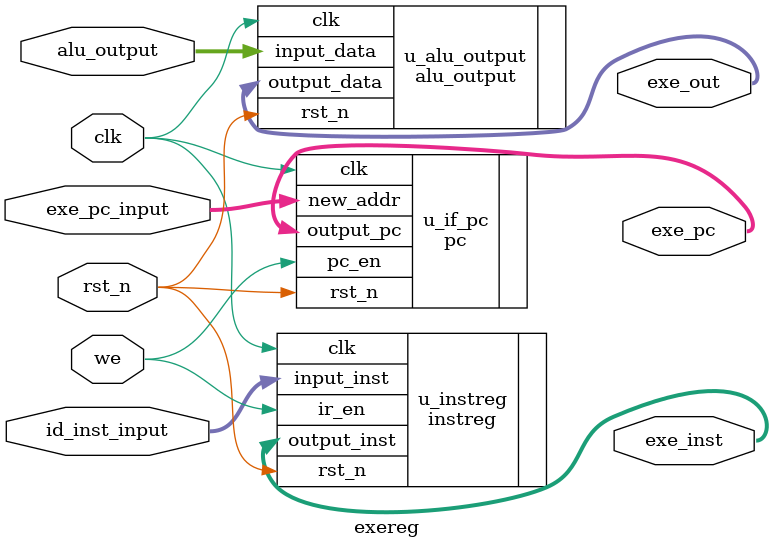
<source format=v>
module exereg(
    input   [31: 0] alu_output, id_inst_input, exe_pc_input,
    input           clk, rst_n, we,
    
    output  [31: 0] exe_out, exe_inst, exe_pc
);
    
    alu_output u_alu_output(
        .input_data(alu_output),
        .clk(clk),
        .rst_n(rst_n),
        .output_data(exe_out)
    );

    instreg u_instreg(              //keep inst
        .input_inst(id_inst_input),
        .ir_en(we),
        .clk(clk),
        .rst_n(rst_n),
        
        .output_inst(exe_inst)
    );
    
    pc u_if_pc(                 //keep pc
        .new_addr(exe_pc_input),
        .clk(clk),
        .rst_n(rst_n),
        .pc_en(we),
        .output_pc(exe_pc)
    );
    
endmodule

</source>
